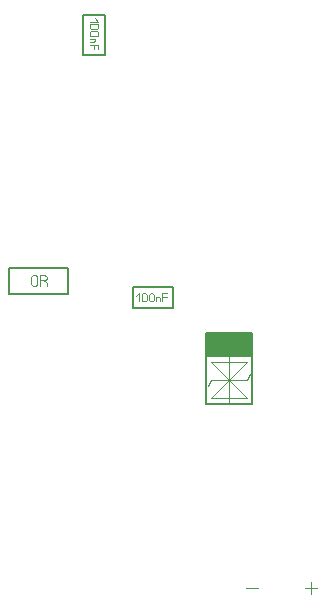
<source format=gbr>
%FSLAX34Y34*%
%MOMM*%
%LNSILK_BOTTOM_*%
G71*
G01*
%ADD10C, 0.15*%
%ADD11C, 0.11*%
%ADD12C, 0.10*%
%ADD13C, 0.09*%
%LPD*%
G54D10*
X178300Y359000D02*
X178300Y381000D01*
X228300Y381000D01*
X228300Y359000D01*
X178300Y359000D01*
G54D11*
X202633Y373222D02*
X202633Y367667D01*
X201967Y366556D01*
X200633Y366000D01*
X199300Y366000D01*
X197967Y366556D01*
X197300Y367667D01*
X197300Y373222D01*
X197967Y374333D01*
X199300Y374889D01*
X200633Y374889D01*
X201967Y374333D01*
X202633Y373222D01*
G54D11*
X207744Y370445D02*
X209744Y369333D01*
X210410Y368222D01*
X210410Y366000D01*
G54D11*
X205077Y366000D02*
X205077Y374889D01*
X208410Y374889D01*
X209744Y374333D01*
X210410Y373222D01*
X210410Y372111D01*
X209744Y371000D01*
X208410Y370445D01*
X205077Y370445D01*
G54D10*
X384500Y326000D02*
X384500Y266000D01*
X345500Y266000D01*
X345500Y326000D01*
X384500Y326000D01*
G36*
X384500Y326000D02*
X384500Y306000D01*
X345500Y306000D01*
X345500Y326000D01*
X384500Y326000D01*
G37*
G54D10*
X384500Y326000D02*
X384500Y306000D01*
X345500Y306000D01*
X345500Y326000D01*
X384500Y326000D01*
G54D12*
X365000Y266000D02*
X365000Y309000D01*
G54D12*
X365000Y286000D02*
X380500Y286000D01*
X349500Y286000D01*
G54D12*
X365000Y286000D02*
X380500Y301500D01*
X349500Y301500D01*
X365000Y286000D01*
G54D12*
X365000Y286000D02*
X349500Y270500D01*
X380500Y270500D01*
X365000Y286000D01*
G54D12*
X380500Y286000D02*
X383000Y291000D01*
G54D12*
X347000Y281000D02*
X349500Y286000D01*
G54D10*
X241500Y595000D02*
X259500Y595000D01*
X259500Y561000D01*
X241500Y561000D01*
X241500Y595000D01*
G54D13*
X251519Y592275D02*
X254186Y589608D01*
X247075Y589608D01*
G54D13*
X252853Y583385D02*
X248408Y583385D01*
X247519Y583919D01*
X247075Y584985D01*
X247075Y586052D01*
X247519Y587119D01*
X248408Y587652D01*
X252853Y587652D01*
X253742Y587119D01*
X254186Y586052D01*
X254186Y584985D01*
X253742Y583919D01*
X252853Y583385D01*
G54D13*
X252853Y577162D02*
X248408Y577162D01*
X247519Y577696D01*
X247075Y578762D01*
X247075Y579829D01*
X247519Y580896D01*
X248408Y581429D01*
X252853Y581429D01*
X253742Y580896D01*
X254186Y579829D01*
X254186Y578762D01*
X253742Y577696D01*
X252853Y577162D01*
G54D13*
X247075Y575206D02*
X251075Y575206D01*
G54D13*
X250186Y575206D02*
X250808Y574673D01*
X251075Y573606D01*
X250808Y572539D01*
X250186Y572006D01*
X247075Y572006D01*
G54D13*
X247075Y570050D02*
X254186Y570050D01*
X254186Y566317D01*
G54D13*
X250631Y570050D02*
X250631Y566317D01*
G54D10*
X283500Y347000D02*
X283500Y365000D01*
X317500Y365000D01*
X317500Y347000D01*
X283500Y347000D01*
G54D13*
X286225Y357019D02*
X288892Y359686D01*
X288892Y352575D01*
G54D13*
X295115Y358353D02*
X295115Y353908D01*
X294581Y353019D01*
X293515Y352575D01*
X292448Y352575D01*
X291381Y353019D01*
X290848Y353908D01*
X290848Y358353D01*
X291381Y359242D01*
X292448Y359686D01*
X293515Y359686D01*
X294581Y359242D01*
X295115Y358353D01*
G54D13*
X301338Y358353D02*
X301338Y353908D01*
X300804Y353019D01*
X299738Y352575D01*
X298671Y352575D01*
X297604Y353019D01*
X297071Y353908D01*
X297071Y358353D01*
X297604Y359242D01*
X298671Y359686D01*
X299738Y359686D01*
X300804Y359242D01*
X301338Y358353D01*
G54D13*
X303294Y352575D02*
X303294Y356575D01*
G54D13*
X303294Y355686D02*
X303827Y356308D01*
X304894Y356575D01*
X305961Y356308D01*
X306494Y355686D01*
X306494Y352575D01*
G54D13*
X308450Y352575D02*
X308450Y359686D01*
X312183Y359686D01*
G54D13*
X308450Y356131D02*
X312183Y356131D01*
G54D12*
X429400Y110000D02*
X439400Y110000D01*
G54D12*
X434400Y110000D02*
X434400Y115000D01*
G54D12*
X434400Y110000D02*
X434400Y105000D01*
G54D12*
X379400Y110000D02*
X389400Y110000D01*
M02*

</source>
